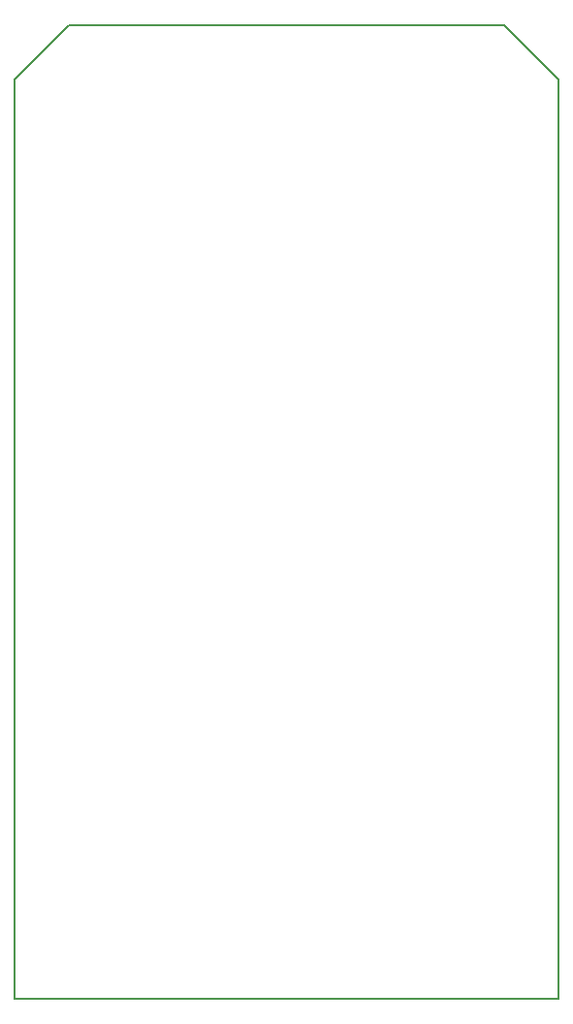
<source format=gbr>
G04 #@! TF.FileFunction,Profile,NP*
%FSLAX46Y46*%
G04 Gerber Fmt 4.6, Leading zero omitted, Abs format (unit mm)*
G04 Created by KiCad (PCBNEW 4.0.6) date 08/22/19 22:44:16*
%MOMM*%
%LPD*%
G01*
G04 APERTURE LIST*
%ADD10C,0.100000*%
%ADD11C,0.200000*%
G04 APERTURE END LIST*
D10*
D11*
X190861000Y-46675000D02*
X152861000Y-46675000D01*
X195611000Y-51425000D02*
X195611000Y-131625000D01*
X190861000Y-46675000D02*
X195611000Y-51425000D01*
X148111000Y-51425000D02*
X148111000Y-131625000D01*
X152861000Y-46675000D02*
X148111000Y-51425000D01*
X148111000Y-131625000D02*
X195611000Y-131625000D01*
M02*

</source>
